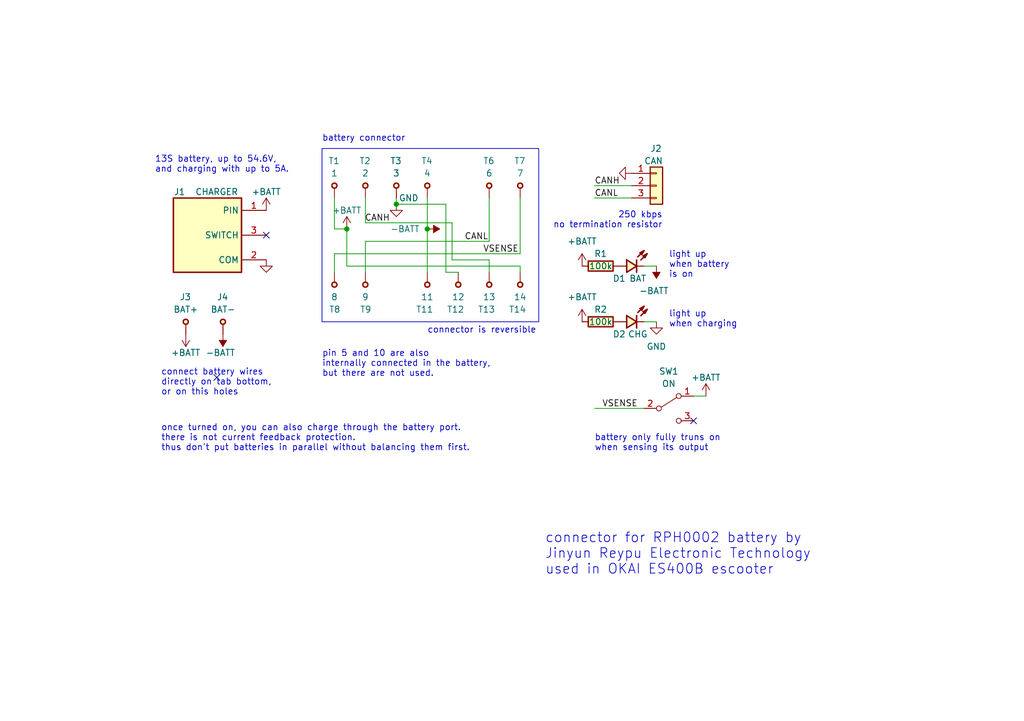
<source format=kicad_sch>
(kicad_sch (version 20230121) (generator eeschema)
  (paper "A5")
  (title_block (title "RPH0002 connector") (date "$date$") (rev "$version$.$revision$") (company "CuVoodoo") (comment 1 "King Kévin") (comment 2 "CERN-OHL-S"))
  (lib_symbols
    (symbol "Connector_Generic:Conn_01x03" (pin_names (offset 1.016) hide)
      (property "Reference" "J" (at 0 5.08 0))
      (property "Value" "Conn_01x03" (at 0 -5.08 0))
      (symbol "Conn_01x03_1_1"
        (rectangle (start -1.27 -2.413) (end 0 -2.667) (stroke (width 0.1524)))
        (rectangle (start -1.27 0.127) (end 0 -0.127) (stroke (width 0.1524)))
        (rectangle (start -1.27 2.667) (end 0 2.413) (stroke (width 0.1524)))
        (rectangle (start -1.27 3.81) (end 1.27 -3.81) (stroke (width 0.254)) (fill (type background)))
        (pin passive line (at -5.08 2.54 0) (length 3.81) (name "Pin_1") (number "1"))
        (pin passive line (at -5.08 0 0) (length 3.81) (name "Pin_2") (number "2"))
        (pin passive line (at -5.08 -2.54 0) (length 3.81) (name "Pin_3") (number "3"))
      )
    )
    (symbol "Switch:SW_SPDT" (pin_names (offset 0) hide)
      (property "Reference" "SW" (at 0 4.318 0))
      (property "Value" "SW_SPDT" (at 0 -5.08 0))
      (symbol "SW_SPDT_0_0"
        (circle (center -2.032 0) (radius 0.508))
        (circle (center 2.032 -2.54) (radius 0.508))
      )
      (symbol "SW_SPDT_0_1"
        (polyline (pts (xy -1.524 0.254) (xy 1.651 2.286)))
        (circle (center 2.032 2.54) (radius 0.508))
      )
      (symbol "SW_SPDT_1_1"
        (pin passive line (at 5.08 2.54 180) (length 2.54) (name "A") (number "1"))
        (pin passive line (at -5.08 0 0) (length 2.54) (name "B") (number "2"))
        (pin passive line (at 5.08 -2.54 180) (length 2.54) (name "C") (number "3"))
      )
    )
    (symbol "partdb:connector/197054001" (pin_numbers hide) (pin_names hide)
      (property "Reference" "TP" (at 0 1.27 0))
      (property "Value" "MOLEX_197054001" (at 1.27 0 0))
      (symbol "connector/197054001_1_1"
        (circle (center 0 0) (radius 0.508) (stroke (width 0.305)) (fill (type background)))
        (pin passive line (at 0 -2.54 90) (length 2.032) (name "1") (number "1"))
      )
    )
    (symbol "partdb:connector/DC-005 2.0"
      (property "Reference" "J" (at 6.985 0.762 0))
      (property "Value" "DC-005_2.0" (at 6.985 -16.002 0))
      (symbol "connector/DC-005 2.0_1_1"
        (rectangle (start 0 0) (end 13.97 -15.24) (stroke (width 0.305)) (fill (type background)))
        (pin passive line (at 19.05 -2.54 180) (length 5.08) (name "PIN") (number "1"))
        (pin passive line (at 19.05 -12.7 180) (length 5.08) (name "COM") (number "2"))
        (pin passive line (at 19.05 -7.62 180) (length 5.08) (name "SWITCH") (number "3"))
      )
    )
    (symbol "power:+BATT" (power) (pin_names (offset 0))
      (property "Value" "+BATT" (at 0 3.556 0))
      (symbol "+BATT_0_1"
        (polyline (pts (xy -0.762 1.27) (xy 0 2.54)))
        (polyline (pts (xy 0 0) (xy 0 2.54)))
        (polyline (pts (xy 0 2.54) (xy 0.762 1.27)))
      )
      (symbol "+BATT_1_1"
        (pin power_in line (at 0 0 90) (length 0) hide (name "+BATT") (number "1"))
      )
    )
    (symbol "power:-BATT" (power) (pin_names (offset 0))
      (property "Value" "-BATT" (at 0 3.556 0))
      (symbol "-BATT_0_1"
        (polyline (pts (xy 0 0) (xy 0 2.54)))
        (polyline (pts (xy 0.762 1.27) (xy -0.762 1.27) (xy 0 2.54) (xy 0.762 1.27)) (fill (type outline)))
      )
      (symbol "-BATT_1_1"
        (pin power_in line (at 0 0 90) (length 0) hide (name "-BATT") (number "1"))
      )
    )
    (symbol "power:GND" (power) (pin_names (offset 0))
      (property "Value" "GND" (at 0 -3.81 0))
      (symbol "GND_0_1"
        (polyline (pts (xy 0 0) (xy 0 -1.27) (xy 1.27 -1.27) (xy 0 -2.54) (xy -1.27 -1.27) (xy 0 -1.27)))
      )
      (symbol "GND_1_1"
        (pin power_in line (at 0 0 270) (length 0) hide (name "GND") (number "1"))
      )
    )
    (symbol "qeda:LED0805" (pin_numbers hide) (pin_names hide)
      (property "Reference" "D" (at 0 2.032 0))
      (property "Value" "LED0805" (at 0 -2.032 0))
      (symbol "LED0805_1_1"
        (polyline (pts (xy 1.016 1.27) (xy 1.016 -1.27)) (stroke (width 0.305)))
        (polyline (pts (xy 1.27 1.905) (xy 2.54 3.175)) (stroke (width 0.305)))
        (polyline (pts (xy 1.905 1.27) (xy 3.175 2.54)) (stroke (width 0.305)))
        (polyline (pts (xy -1.016 1.27) (xy 1.016 0) (xy -1.016 -1.27) (xy -1.016 1.27)) (stroke (width 0.305)) (fill (type background)))
        (polyline (pts (xy 1.725 2.72) (xy 2.54 3.175) (xy 2.085 2.36) (xy 1.725 2.72)) (stroke (width 0.305)) (fill (type outline)))
        (polyline (pts (xy 2.36 2.085) (xy 3.175 2.54) (xy 2.72 1.725) (xy 2.36 2.085)) (stroke (width 0.305)) (fill (type outline)))
        (pin passive line (at 2.54 0 180) (length 1.524) (name "C") (number "1"))
        (pin passive line (at -2.54 0 0) (length 1.524) (name "A") (number "2"))
      )
    )
    (symbol "qeda:R0603" (pin_numbers hide) (pin_names hide)
      (property "Reference" "R" (at 0 1.778 0))
      (property "Value" "R0603" (at 0 -1.778 0))
      (symbol "R0603_1_1"
        (rectangle (start -2.54 1.016) (end 2.54 -1.016) (stroke (width 0.305)) (fill (type background)))
        (pin passive line (at -3.81 0 0) (length 1.27) (name "L") (number "1"))
        (pin passive line (at 3.81 0 180) (length 1.27) (name "R") (number "2"))
      )
    )
  )
  (junction (at 71.12 46.99))
  (junction (at 87.63 46.99))
  (junction (at 81.28 41.91))
  (no_connect (at 54.61 48.26))
  (no_connect (at 142.24 86.36))
  (no_connect (at 44.45 77.47))
  (wire (pts (xy 81.28 40.64) (xy 81.28 41.91)))
  (wire (pts (xy 81.28 41.91) (xy 91.44 41.91)))
  (wire (pts (xy 134.62 66.04) (xy 132.08 66.04)))
  (wire (pts (xy 106.68 40.64) (xy 106.68 52.07)))
  (wire (pts (xy 74.93 40.64) (xy 74.93 45.72)))
  (wire (pts (xy 121.92 38.1) (xy 129.54 38.1)))
  (wire (pts (xy 91.44 41.91) (xy 91.44 55.88)))
  (wire (pts (xy 74.93 49.53) (xy 74.93 55.88)))
  (wire (pts (xy 87.63 40.64) (xy 87.63 46.99)))
  (wire (pts (xy 144.78 81.28) (xy 142.24 81.28)))
  (wire (pts (xy 87.63 46.99) (xy 87.63 55.88)))
  (wire (pts (xy 92.71 53.34) (xy 100.33 53.34)))
  (wire (pts (xy 100.33 49.53) (xy 74.93 49.53)))
  (wire (pts (xy 121.92 83.82) (xy 132.08 83.82)))
  (wire (pts (xy 100.33 40.64) (xy 100.33 49.53)))
  (wire (pts (xy 134.62 54.61) (xy 132.08 54.61)))
  (wire (pts (xy 68.58 46.99) (xy 71.12 46.99)))
  (wire (pts (xy 71.12 54.61) (xy 106.68 54.61)))
  (wire (pts (xy 106.68 54.61) (xy 106.68 55.88)))
  (wire (pts (xy 74.93 45.72) (xy 92.71 45.72)))
  (wire (pts (xy 91.44 55.88) (xy 93.98 55.88)))
  (wire (pts (xy 100.33 53.34) (xy 100.33 55.88)))
  (wire (pts (xy 92.71 45.72) (xy 92.71 53.34)))
  (wire (pts (xy 71.12 54.61) (xy 71.12 46.99)))
  (wire (pts (xy 106.68 52.07) (xy 68.58 52.07)))
  (wire (pts (xy 68.58 40.64) (xy 68.58 46.99)))
  (wire (pts (xy 68.58 52.07) (xy 68.58 55.88)))
  (wire (pts (xy 121.92 40.64) (xy 129.54 40.64)))
  (rectangle (start 66.04 30.48) (end 110.49 66.04))
  (text "connector is reversible" (at 87.63 68.58 0) (effects (font (size 1.27 1.27)) (justify left bottom)))
  (text "once turned on, you can also charge through the battery port.\nthere is not current feedback protection.\nthus don't put batteries in parallel without balancing them first." (at 33.02 92.71 0) (effects (font (size 1.27 1.27)) (justify left bottom)))
  (text "pin 5 and 10 are also\ninternally connected in the battery,\nbut there are not used." (at 66.04 77.47 0) (effects (font (size 1.27 1.27)) (justify left bottom)))
  (text "battery only fully truns on\nwhen sensing its output" (at 121.92 92.71 0) (effects (font (size 1.27 1.27)) (justify left bottom)))
  (text "connector for RPH0002 battery by\nJinyun Reypu Electronic Technology\nused in OKAI ES400B escooter" (at 111.76 118.11 0) (effects (font (size 2 2)) (justify left bottom)))
  (text "light up\nwhen charging" (at 137.16 67.31 0) (effects (font (size 1.27 1.27)) (justify left bottom)))
  (text "battery connector" (at 66.04 29.21 0) (effects (font (size 1.27 1.27)) (justify left bottom)))
  (text "250 kbps\nno termination resistor" (at 135.89 46.99 0) (effects (font (size 1.27 1.27)) (justify right bottom)))
  (text "light up\nwhen battery\nis on" (at 137.16 57.15 0) (effects (font (size 1.27 1.27)) (justify left bottom)))
  (text "13S battery, up to 54.6V,\nand charging with up to 5A." (at 31.75 35.56 0) (effects (font (size 1.27 1.27)) (justify left bottom)))
  (text "connect battery wires\ndirectly on tab bottom,\nor on this holes" (at 33.02 81.28 0) (effects (font (size 1.27 1.27)) (justify left bottom)))
  (label "CANH" (at 80.01 45.72 180))
  (label "VSENSE" (at 130.81 83.82 180))
  (label "CANL" (at 121.92 40.64 0))
  (label "CANH" (at 121.92 38.1 0))
  (label "CANL" (at 95.25 49.53 0))
  (label "VSENSE" (at 99.06 52.07 0))
  (symbol (lib_id "partdb:connector/197054001") (at 45.72 66.04 0) (unit 1)
    (property "Reference" "J4" (at 44.45 60.96 0) (effects (justify left)))
    (property "Value" "BAT-" (at 45.72 63.5 0))
    (property "Footprint" "qeda:TP" (effects hide))
    (property "Datasheet" "https://www.molex.com/content/dam/molex/molex-dot-com/products/automated/en-us/salesdrawingpdf/197/19705/197054001_sd.pdf" (effects hide))
    (property "Description" "PCB tab" (effects hide))
    (property "qeda_part" "connector/tab_molex_197054001" (effects hide))
    (property "LCSC" "C505008" (effects hide))
  )
  (symbol (lib_id "partdb:connector/197054001") (at 93.98 58.42 180) (unit 1)
    (property "Reference" "T12" (at 95.25 63.5 0) (effects (justify left)))
    (property "Value" "12" (at 93.98 60.96 0))
    (property "Footprint" "qeda:CONNECTOR_MOLEX_197054001" (effects hide))
    (property "Datasheet" "https://www.molex.com/content/dam/molex/molex-dot-com/products/automated/en-us/salesdrawingpdf/197/19705/197054001_sd.pdf" (effects hide))
    (property "Description" "PCB tab" (effects hide))
    (property "qeda_part" "connector/tab_molex_197054001" (effects hide))
    (property "LCSC" "C505008" (effects hide))
  )
  (symbol (lib_id "power:GND") (at 81.28 41.91 0) (unit 1)
    (property "Reference" "#PWR01" (effects hide))
    (property "Value" "GND" (at 83.82 40.64 0))
  )
  (symbol (lib_id "partdb:connector/DC-005 2.0") (at 35.56 40.64 0) (unit 1)
    (property "Reference" "J1" (at 36.83 39.37 0))
    (property "Value" "CHARGER" (at 44.45 39.37 0))
    (property "Footprint" "qeda:CONNECTOR_DC-005_2.0" (effects hide))
    (property "Description" "DC jack, barrel, 2x6.4mm" (effects hide))
    (property "qeda_part" "connector/barrel_dc-005-2.0" (effects hide))
    (property "LCSC" "C16214" (effects hide))
  )
  (symbol (lib_id "Switch:SW_SPDT") (at 137.16 83.82 0) (unit 1)
    (property "Reference" "SW1" (at 137.16 76.2 0))
    (property "Value" "ON" (at 137.16 78.74 0))
    (property "Footprint" "qeda:CONNECTOR_HEADER-2.54-1X3" (effects hide))
  )
  (symbol (lib_id "power:+BATT") (at 144.78 81.28 0) (unit 1)
    (property "Reference" "#PWR013" (effects hide))
    (property "Value" "+BATT" (at 144.78 77.47 0))
  )
  (symbol (lib_id "partdb:connector/197054001") (at 68.58 58.42 180) (unit 1)
    (property "Reference" "T8" (at 69.85 63.5 0) (effects (justify left)))
    (property "Value" "8" (at 68.58 60.96 0))
    (property "Footprint" "qeda:CONNECTOR_MOLEX_197054001" (effects hide))
    (property "Datasheet" "https://www.molex.com/content/dam/molex/molex-dot-com/products/automated/en-us/salesdrawingpdf/197/19705/197054001_sd.pdf" (effects hide))
    (property "Description" "PCB tab" (effects hide))
    (property "qeda_part" "connector/tab_molex_197054001" (effects hide))
    (property "LCSC" "C505008" (effects hide))
  )
  (symbol (lib_id "Connector_Generic:Conn_01x03") (at 134.62 38.1 0) (unit 1)
    (property "Reference" "J2" (at 133.35 30.48 0) (effects (justify left)))
    (property "Value" "CAN" (at 132.08 33.02 0) (effects (justify left)))
    (property "Footprint" "qeda:CONNECTOR_HEADER-2.54-1X3" (effects hide))
  )
  (symbol (lib_id "power:+BATT") (at 38.1 68.58 180) (unit 1)
    (property "Reference" "#PWR011" (effects hide))
    (property "Value" "+BATT" (at 38.1 72.39 0))
  )
  (symbol (lib_id "power:GND") (at 129.54 35.56 270) (unit 1)
    (property "Reference" "#PWR06" (effects hide))
    (property "Value" "GND" (effects hide))
  )
  (symbol (lib_id "partdb:connector/197054001") (at 81.28 38.1 0) (unit 1)
    (property "Reference" "T3" (at 80.01 33.02 0) (effects (justify left)))
    (property "Value" "3" (at 81.28 35.56 0))
    (property "Footprint" "qeda:CONNECTOR_MOLEX_197054001" (effects hide))
    (property "Datasheet" "https://www.molex.com/content/dam/molex/molex-dot-com/products/automated/en-us/salesdrawingpdf/197/19705/197054001_sd.pdf" (effects hide))
    (property "Description" "PCB tab" (effects hide))
    (property "qeda_part" "connector/tab_molex_197054001" (effects hide))
    (property "LCSC" "C505008" (effects hide))
  )
  (symbol (lib_id "partdb:connector/197054001") (at 106.68 38.1 0) (unit 1)
    (property "Reference" "T7" (at 105.41 33.02 0) (effects (justify left)))
    (property "Value" "7" (at 106.68 35.56 0))
    (property "Footprint" "qeda:CONNECTOR_MOLEX_197054001" (effects hide))
    (property "Datasheet" "https://www.molex.com/content/dam/molex/molex-dot-com/products/automated/en-us/salesdrawingpdf/197/19705/197054001_sd.pdf" (effects hide))
    (property "Description" "PCB tab" (effects hide))
    (property "qeda_part" "connector/tab_molex_197054001" (effects hide))
    (property "LCSC" "C505008" (effects hide))
  )
  (symbol (lib_id "power:-BATT") (at 87.63 46.99 270) (unit 1)
    (property "Reference" "#PWR02" (effects hide))
    (property "Value" "-BATT" (at 80.01 46.99 90) (effects (justify left)))
  )
  (symbol (lib_id "partdb:connector/197054001") (at 100.33 58.42 180) (unit 1)
    (property "Reference" "T13" (at 101.6 63.5 0) (effects (justify left)))
    (property "Value" "13" (at 100.33 60.96 0))
    (property "Footprint" "qeda:CONNECTOR_MOLEX_197054001" (effects hide))
    (property "Datasheet" "https://www.molex.com/content/dam/molex/molex-dot-com/products/automated/en-us/salesdrawingpdf/197/19705/197054001_sd.pdf" (effects hide))
    (property "Description" "PCB tab" (effects hide))
    (property "qeda_part" "connector/tab_molex_197054001" (effects hide))
    (property "LCSC" "C505008" (effects hide))
  )
  (symbol (lib_id "partdb:connector/197054001") (at 68.58 38.1 0) (unit 1)
    (property "Reference" "T1" (at 67.31 33.02 0) (effects (justify left)))
    (property "Value" "1" (at 68.58 35.56 0))
    (property "Footprint" "qeda:CONNECTOR_MOLEX_197054001" (effects hide))
    (property "Datasheet" "https://www.molex.com/content/dam/molex/molex-dot-com/products/automated/en-us/salesdrawingpdf/197/19705/197054001_sd.pdf" (effects hide))
    (property "Description" "PCB tab" (effects hide))
    (property "qeda_part" "connector/tab_molex_197054001" (effects hide))
    (property "LCSC" "C505008" (effects hide))
  )
  (symbol (lib_id "partdb:connector/197054001") (at 74.93 38.1 0) (unit 1)
    (property "Reference" "T2" (at 73.66 33.02 0) (effects (justify left)))
    (property "Value" "2" (at 74.93 35.56 0))
    (property "Footprint" "qeda:CONNECTOR_MOLEX_197054001" (effects hide))
    (property "Datasheet" "https://www.molex.com/content/dam/molex/molex-dot-com/products/automated/en-us/salesdrawingpdf/197/19705/197054001_sd.pdf" (effects hide))
    (property "Description" "PCB tab" (effects hide))
    (property "qeda_part" "connector/tab_molex_197054001" (effects hide))
    (property "LCSC" "C505008" (effects hide))
  )
  (symbol (lib_id "power:+BATT") (at 119.38 54.61 0) (unit 1)
    (property "Reference" "#PWR07" (effects hide))
    (property "Value" "+BATT" (at 119.38 49.53 0))
  )
  (symbol (lib_id "partdb:connector/197054001") (at 38.1 66.04 0) (unit 1)
    (property "Reference" "J3" (at 36.83 60.96 0) (effects (justify left)))
    (property "Value" "BAT+" (at 38.1 63.5 0))
    (property "Footprint" "qeda:TP" (effects hide))
    (property "Datasheet" "https://www.molex.com/content/dam/molex/molex-dot-com/products/automated/en-us/salesdrawingpdf/197/19705/197054001_sd.pdf" (effects hide))
    (property "Description" "PCB tab" (effects hide))
    (property "qeda_part" "connector/tab_molex_197054001" (effects hide))
    (property "LCSC" "C505008" (effects hide))
  )
  (symbol (lib_id "power:+BATT") (at 54.61 43.18 0) (unit 1)
    (property "Reference" "#PWR05" (effects hide))
    (property "Value" "+BATT" (at 54.61 39.37 0))
  )
  (symbol (lib_id "power:-BATT") (at 134.62 54.61 180) (unit 1)
    (property "Reference" "#PWR08" (effects hide))
    (property "Value" "-BATT" (at 137.16 59.69 0) (effects (justify left)))
  )
  (symbol (lib_id "partdb:connector/197054001") (at 87.63 58.42 180) (unit 1)
    (property "Reference" "T11" (at 88.9 63.5 0) (effects (justify left)))
    (property "Value" "11" (at 87.63 60.96 0))
    (property "Footprint" "qeda:CONNECTOR_MOLEX_197054001" (effects hide))
    (property "Datasheet" "https://www.molex.com/content/dam/molex/molex-dot-com/products/automated/en-us/salesdrawingpdf/197/19705/197054001_sd.pdf" (effects hide))
    (property "Description" "PCB tab" (effects hide))
    (property "qeda_part" "connector/tab_molex_197054001" (effects hide))
    (property "LCSC" "C505008" (effects hide))
  )
  (symbol (lib_id "partdb:connector/197054001") (at 100.33 38.1 0) (unit 1)
    (property "Reference" "T6" (at 99.06 33.02 0) (effects (justify left)))
    (property "Value" "6" (at 100.33 35.56 0))
    (property "Footprint" "qeda:CONNECTOR_MOLEX_197054001" (effects hide))
    (property "Datasheet" "https://www.molex.com/content/dam/molex/molex-dot-com/products/automated/en-us/salesdrawingpdf/197/19705/197054001_sd.pdf" (effects hide))
    (property "Description" "PCB tab" (effects hide))
    (property "qeda_part" "connector/tab_molex_197054001" (effects hide))
    (property "LCSC" "C505008" (effects hide))
  )
  (symbol (lib_id "qeda:R0603") (at 123.19 66.04 0) (unit 1)
    (property "Reference" "R2" (at 123.19 63.5 0))
    (property "Value" "100k" (at 123.19 66.04 0))
    (property "Footprint" "qeda:UC1608X55N" (effects hide))
    (property "Datasheet" "resistor, chip, 1.6x0.8 mm" (effects hide))
  )
  (symbol (lib_id "power:GND") (at 134.62 66.04 0) (unit 1)
    (property "Reference" "#PWR010" (effects hide))
    (property "Value" "GND" (at 134.62 71.12 0))
  )
  (symbol (lib_id "qeda:LED0805") (at 129.54 54.61 0) (unit 1)
    (property "Reference" "D1" (at 127 57.15 0))
    (property "Value" "BAT" (at 130.81 57.15 0))
    (property "Footprint" "qeda:UPC2012X80N" (effects hide))
    (property "Datasheet" "diode, LED, chip, 2.0x1.2 mm" (effects hide))
  )
  (symbol (lib_id "power:GND") (at 54.61 53.34 0) (unit 1)
    (property "Reference" "#PWR04" (effects hide))
    (property "Value" "GND" (effects hide))
  )
  (symbol (lib_id "qeda:R0603") (at 123.19 54.61 0) (unit 1)
    (property "Reference" "R1" (at 123.19 52.07 0))
    (property "Value" "100k" (at 123.19 54.61 0))
    (property "Footprint" "qeda:UC1608X55N" (effects hide))
    (property "Datasheet" "resistor, chip, 1.6x0.8 mm" (effects hide))
  )
  (symbol (lib_id "partdb:connector/197054001") (at 87.63 38.1 0) (unit 1)
    (property "Reference" "T4" (at 86.36 33.02 0) (effects (justify left)))
    (property "Value" "4" (at 87.63 35.56 0))
    (property "Footprint" "qeda:CONNECTOR_MOLEX_197054001" (effects hide))
    (property "Datasheet" "https://www.molex.com/content/dam/molex/molex-dot-com/products/automated/en-us/salesdrawingpdf/197/19705/197054001_sd.pdf" (effects hide))
    (property "Description" "PCB tab" (effects hide))
    (property "qeda_part" "connector/tab_molex_197054001" (effects hide))
    (property "LCSC" "C505008" (effects hide))
  )
  (symbol (lib_id "qeda:LED0805") (at 129.54 66.04 0) (unit 1)
    (property "Reference" "D2" (at 127 68.58 0))
    (property "Value" "CHG" (at 130.81 68.58 0))
    (property "Footprint" "qeda:UPC2012X80N" (effects hide))
    (property "Datasheet" "diode, LED, chip, 2.0x1.2 mm" (effects hide))
  )
  (symbol (lib_id "partdb:connector/197054001") (at 106.68 58.42 180) (unit 1)
    (property "Reference" "T14" (at 107.95 63.5 0) (effects (justify left)))
    (property "Value" "14" (at 106.68 60.96 0))
    (property "Footprint" "qeda:CONNECTOR_MOLEX_197054001" (effects hide))
    (property "Datasheet" "https://www.molex.com/content/dam/molex/molex-dot-com/products/automated/en-us/salesdrawingpdf/197/19705/197054001_sd.pdf" (effects hide))
    (property "Description" "PCB tab" (effects hide))
    (property "qeda_part" "connector/tab_molex_197054001" (effects hide))
    (property "LCSC" "C505008" (effects hide))
  )
  (symbol (lib_id "partdb:connector/197054001") (at 74.93 58.42 180) (unit 1)
    (property "Reference" "T9" (at 76.2 63.5 0) (effects (justify left)))
    (property "Value" "9" (at 74.93 60.96 0))
    (property "Footprint" "qeda:CONNECTOR_MOLEX_197054001" (effects hide))
    (property "Datasheet" "https://www.molex.com/content/dam/molex/molex-dot-com/products/automated/en-us/salesdrawingpdf/197/19705/197054001_sd.pdf" (effects hide))
    (property "Description" "PCB tab" (effects hide))
    (property "qeda_part" "connector/tab_molex_197054001" (effects hide))
    (property "LCSC" "C505008" (effects hide))
  )
  (symbol (lib_id "power:-BATT") (at 45.72 68.58 180) (unit 1)
    (property "Reference" "#PWR012" (effects hide))
    (property "Value" "-BATT" (at 48.26 72.39 0) (effects (justify left)))
  )
  (symbol (lib_id "power:+BATT") (at 71.12 46.99 0) (unit 1)
    (property "Reference" "#PWR03" (effects hide))
    (property "Value" "+BATT" (at 71.12 43.18 0))
  )
  (symbol (lib_id "power:+BATT") (at 119.38 66.04 0) (unit 1)
    (property "Reference" "#PWR09" (effects hide))
    (property "Value" "+BATT" (at 119.38 60.96 0))
  )
)
</source>
